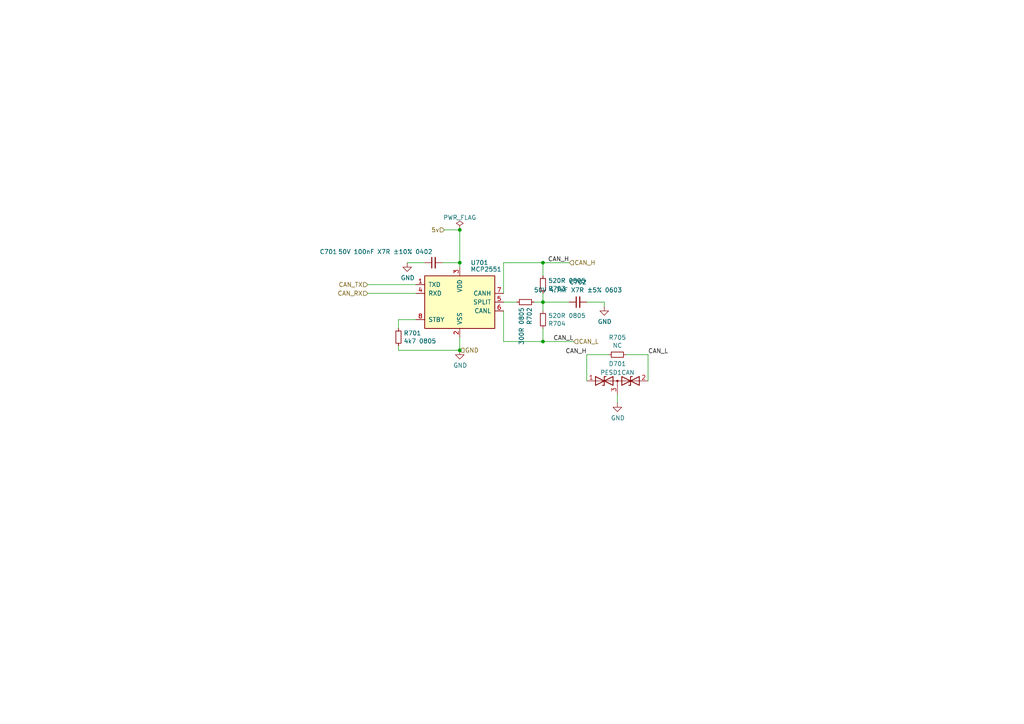
<source format=kicad_sch>
(kicad_sch (version 20211123) (generator eeschema)
  (paper "A4")
  (lib_symbols
    (symbol "Device:C_Small" (pin_numbers hide) (pin_names (offset 0.254) hide)
      (property "Reference" "C" (at 0.254 1.778 0))
      (property "Value" "C_Small" (at 0.254 -2.032 0))
      (symbol "C_Small_0_1"
        (polyline (pts (xy -1.524 -0.508) (xy 1.524 -0.508)) (stroke (width 0.3302)))
        (polyline (pts (xy -1.524 0.508) (xy 1.524 0.508)) (stroke (width 0.3048)))
      )
      (symbol "C_Small_1_1"
        (pin passive line (at 0 2.54 270) (length 2.032) (name "~") (number "1"))
        (pin passive line (at 0 -2.54 90) (length 2.032) (name "~") (number "2"))
      )
    )
    (symbol "Device:D_TVS_Dual_AAC" (pin_names (offset 1.016) hide)
      (property "Reference" "D" (at 0 4.445 0))
      (property "Value" "D_TVS_Dual_AAC" (at 0 2.54 0))
      (symbol "D_TVS_Dual_AAC_0_0"
        (polyline (pts (xy 0 -1.27) (xy 0 0)))
      )
      (symbol "D_TVS_Dual_AAC_0_1"
        (polyline (pts (xy -6.35 0) (xy 6.35 0)))
        (polyline (pts (xy -3.302 1.27) (xy -3.81 1.27) (xy -3.81 -1.27) (xy -4.318 -1.27)) (stroke (width 0.254)))
        (polyline (pts (xy 4.318 1.27) (xy 3.81 1.27) (xy 3.81 -1.27) (xy 3.302 -1.27)) (stroke (width 0.254)))
        (polyline (pts (xy -6.35 1.27) (xy -1.27 -1.27) (xy -1.27 1.27) (xy -6.35 -1.27) (xy -6.35 1.27)) (stroke (width 0.254)))
        (polyline (pts (xy 6.35 1.27) (xy 1.27 -1.27) (xy 1.27 1.27) (xy 6.35 -1.27) (xy 6.35 1.27)) (stroke (width 0.254)))
        (circle (center 0 0) (radius 0.254) (fill (type outline)))
      )
      (symbol "D_TVS_Dual_AAC_1_1"
        (pin passive line (at -8.89 0 0) (length 2.54) (name "A1") (number "1"))
        (pin passive line (at 8.89 0 180) (length 2.54) (name "A2") (number "2"))
        (pin input line (at 0 -3.81 90) (length 2.54) (name "common") (number "3"))
      )
    )
    (symbol "Device:R_Small" (pin_numbers hide) (pin_names (offset 0.254) hide)
      (property "Reference" "R" (at 0.762 0.508 0))
      (property "Value" "R_Small" (at 0.762 -1.016 0))
      (symbol "R_Small_0_1"
        (rectangle (start -0.762 1.778) (end 0.762 -1.778) (stroke (width 0.2032)))
      )
      (symbol "R_Small_1_1"
        (pin passive line (at 0 2.54 270) (length 0.762) (name "~") (number "1"))
        (pin passive line (at 0 -2.54 90) (length 0.762) (name "~") (number "2"))
      )
    )
    (symbol "Interface_CAN_LIN:MCP2561-E-SN" (pin_names (offset 1.016))
      (property "Reference" "U" (at -10.16 8.89 0))
      (property "Value" "MCP2561-E-SN" (at 2.54 8.89 0))
      (symbol "MCP2561-E-SN_0_1"
        (rectangle (start -10.16 7.62) (end 10.16 -7.62) (stroke (width 0.254)) (fill (type background)))
      )
      (symbol "MCP2561-E-SN_1_1"
        (pin input line (at -12.7 5.08 0) (length 2.54) (name "TXD") (number "1"))
        (pin power_in line (at 0 -10.16 90) (length 2.54) (name "VSS") (number "2"))
        (pin power_in line (at 0 10.16 270) (length 2.54) (name "VDD") (number "3"))
        (pin output line (at -12.7 2.54 0) (length 2.54) (name "RXD") (number "4"))
        (pin passive line (at 12.7 0 180) (length 2.54) (name "SPLIT") (number "5"))
        (pin bidirectional line (at 12.7 -2.54 180) (length 2.54) (name "CANL") (number "6"))
        (pin bidirectional line (at 12.7 2.54 180) (length 2.54) (name "CANH") (number "7"))
        (pin input line (at -12.7 -5.08 0) (length 2.54) (name "STBY") (number "8"))
      )
    )
    (symbol "power:GND" (power) (pin_names (offset 0))
      (property "Value" "GND" (at 0 -3.81 0))
      (symbol "GND_0_1"
        (polyline (pts (xy 0 0) (xy 0 -1.27) (xy 1.27 -1.27) (xy 0 -2.54) (xy -1.27 -1.27) (xy 0 -1.27)))
      )
      (symbol "GND_1_1"
        (pin power_in line (at 0 0 270) (length 0) hide (name "GND") (number "1"))
      )
    )
    (symbol "power:PWR_FLAG" (power) (pin_numbers hide) (pin_names (offset 0) hide)
      (property "Value" "PWR_FLAG" (at 0 3.81 0))
      (symbol "PWR_FLAG_0_0"
        (pin power_out line (at 0 0 90) (length 0) (name "pwr") (number "1"))
      )
      (symbol "PWR_FLAG_0_1"
        (polyline (pts (xy 0 0) (xy 0 1.27) (xy -1.016 1.905) (xy 0 2.54) (xy 1.016 1.905) (xy 0 1.27)))
      )
    )
  )
  (junction (at 133.35 101.6))
  (junction (at 133.35 66.675))
  (junction (at 157.48 87.63))
  (junction (at 133.35 76.2))
  (junction (at 157.48 76.2))
  (junction (at 157.48 99.06))
  (wire (pts (xy 146.05 99.06) (xy 157.48 99.06)))
  (wire (pts (xy 133.35 101.6) (xy 133.35 97.79)))
  (wire (pts (xy 157.48 99.06) (xy 166.37 99.06)))
  (wire (pts (xy 149.86 87.63) (xy 146.05 87.63)))
  (wire (pts (xy 157.48 87.63) (xy 157.48 85.09)))
  (wire (pts (xy 187.96 102.87) (xy 187.96 110.49)))
  (wire (pts (xy 176.53 102.87) (xy 170.18 102.87)))
  (wire (pts (xy 154.94 87.63) (xy 157.48 87.63)))
  (wire (pts (xy 157.48 95.25) (xy 157.48 99.06)))
  (wire (pts (xy 175.26 87.63) (xy 170.18 87.63)))
  (wire (pts (xy 146.05 76.2) (xy 146.05 85.09)))
  (wire (pts (xy 170.18 102.87) (xy 170.18 110.49)))
  (wire (pts (xy 128.905 66.675) (xy 133.35 66.675)))
  (wire (pts (xy 133.35 76.2) (xy 133.35 77.47)))
  (wire (pts (xy 146.05 99.06) (xy 146.05 90.17)))
  (wire (pts (xy 165.1 87.63) (xy 157.48 87.63)))
  (wire (pts (xy 175.26 88.9) (xy 175.26 87.63)))
  (wire (pts (xy 146.05 76.2) (xy 157.48 76.2)))
  (wire (pts (xy 179.07 116.84) (xy 179.07 114.3)))
  (wire (pts (xy 115.57 100.33) (xy 115.57 101.6)))
  (wire (pts (xy 157.48 80.01) (xy 157.48 76.2)))
  (wire (pts (xy 157.48 76.2) (xy 165.1 76.2)))
  (wire (pts (xy 128.27 76.2) (xy 133.35 76.2)))
  (wire (pts (xy 181.61 102.87) (xy 187.96 102.87)))
  (wire (pts (xy 118.11 76.2) (xy 123.19 76.2)))
  (wire (pts (xy 115.57 92.71) (xy 120.65 92.71)))
  (wire (pts (xy 115.57 95.25) (xy 115.57 92.71)))
  (wire (pts (xy 120.65 82.55) (xy 106.68 82.55)))
  (wire (pts (xy 120.65 85.09) (xy 106.68 85.09)))
  (wire (pts (xy 115.57 101.6) (xy 133.35 101.6)))
  (wire (pts (xy 133.35 66.675) (xy 133.35 76.2)))
  (wire (pts (xy 157.48 90.17) (xy 157.48 87.63)))
  (label "CAN_L" (at 166.37 99.06 180))
  (label "CAN_L" (at 187.96 102.87 0))
  (label "CAN_H" (at 165.1 76.2 180))
  (label "CAN_H" (at 170.18 102.87 180))
  (hierarchical_label "CAN_TX" (shape input) (at 106.68 82.55 180))
  (hierarchical_label "CAN_H" (shape input) (at 165.1 76.2 0))
  (hierarchical_label "5v" (shape input) (at 128.905 66.675 180))
  (hierarchical_label "CAN_L" (shape input) (at 166.37 99.06 0))
  (hierarchical_label "CAN_RX" (shape input) (at 106.68 85.09 180))
  (hierarchical_label "GND" (shape input) (at 133.35 101.6 0))
  (symbol (lib_id "power:GND") (at 133.35 101.6 0) (unit 1)
    (property "Reference" "#PWR0702" (effects hide))
    (property "Value" "~" (at 133.477 105.9942 0))
  )
  (symbol (lib_id "Device:R_Small") (at 115.57 97.79 0) (unit 1)
    (property "Reference" "R701" (at 117.0686 96.6216 0) (effects (justify left)))
    (property "Value" "4k7 0805" (at 117.0686 98.933 0) (effects (justify left)))
    (property "Footprint" "Resistor_SMD:R_0805_2012Metric_Pad1.20x1.40mm_HandSolder" (effects hide))
  )
  (symbol (lib_id "power:GND") (at 118.11 76.2 0) (unit 1)
    (property "Reference" "#PWR0701" (effects hide))
    (property "Value" "~" (at 118.237 80.5942 0))
  )
  (symbol (lib_id "Device:C_Small") (at 125.73 76.2 90) (unit 1)
    (property "Reference" "C701" (at 95.25 73.025 90))
    (property "Value" "50V 100nF X7R ±10% 0402" (at 111.76 73.025 90))
    (property "Footprint" "Capacitor_SMD:C_0402_1005Metric_Pad0.74x0.62mm_HandSolder" (effects hide))
    (property "Datasheet" "https://lcsc.com/product-detail/Multilayer-Ceramic-Capacitors-MLCC-SMD-SMT_Murata-Electronics-GRM155R71H104KE14D_C77020.html" (effects hide))
  )
  (symbol (lib_id "Interface_CAN_LIN:MCP2561-E-SN") (at 133.35 87.63 0) (unit 1)
    (property "Reference" "U701" (at 139.065 76.2 0))
    (property "Value" "MCP2551" (at 140.97 78.105 0))
    (property "Footprint" "Package_SO:SOIC-8_3.9x4.9mm_P1.27mm" (effects hide))
    (property "Datasheet" "http://ww1.microchip.com/downloads/en/DeviceDoc/25167A.pdf" (effects hide))
  )
  (symbol (lib_id "Device:R_Small") (at 179.07 102.87 270) (unit 1)
    (property "Reference" "R705" (at 179.07 97.8916 90))
    (property "Value" "NC" (at 179.07 100.203 90))
    (property "Footprint" "Resistor_SMD:R_0805_2012Metric_Pad1.20x1.40mm_HandSolder" (effects hide))
  )
  (symbol (lib_id "power:GND") (at 179.07 116.84 0) (unit 1)
    (property "Reference" "#PWR0704" (effects hide))
    (property "Value" "~" (at 179.197 121.2342 0))
  )
  (symbol (lib_id "Device:R_Small") (at 152.4 87.63 270) (unit 1)
    (property "Reference" "R702" (at 153.5684 89.1286 0) (effects (justify left)))
    (property "Value" "300R 0805" (at 151.257 89.1286 0) (effects (justify left)))
    (property "Footprint" "Resistor_SMD:R_0805_2012Metric_Pad1.20x1.40mm_HandSolder" (effects hide))
  )
  (symbol (lib_id "Device:R_Small") (at 157.48 82.55 0) (mirror x) (unit 1)
    (property "Reference" "R703" (at 158.9786 83.7184 0) (effects (justify left)))
    (property "Value" "520R 0805" (at 158.9786 81.407 0) (effects (justify left)))
    (property "Footprint" "Resistor_SMD:R_0805_2012Metric_Pad1.20x1.40mm_HandSolder" (effects hide))
  )
  (symbol (lib_id "Device:R_Small") (at 157.48 92.71 0) (mirror x) (unit 1)
    (property "Reference" "R704" (at 158.9786 93.8784 0) (effects (justify left)))
    (property "Value" "520R 0805" (at 158.9786 91.567 0) (effects (justify left)))
    (property "Footprint" "Resistor_SMD:R_0805_2012Metric_Pad1.20x1.40mm_HandSolder" (effects hide))
  )
  (symbol (lib_id "Device:C_Small") (at 167.64 87.63 90) (unit 1)
    (property "Reference" "C702" (at 167.64 81.8134 90))
    (property "Value" "50V 4.7nF X7R ±5% 0603" (at 167.64 84.1248 90))
    (property "Footprint" "Capacitor_SMD:C_0603_1608Metric_Pad1.08x0.95mm_HandSolder" (effects hide))
  )
  (symbol (lib_id "power:GND") (at 175.26 88.9 0) (unit 1)
    (property "Reference" "#PWR0703" (effects hide))
    (property "Value" "~" (at 175.387 93.2942 0))
  )
  (symbol (lib_id "power:PWR_FLAG") (at 133.35 66.675 0) (unit 1)
    (property "Reference" "#FLG0701" (effects hide))
    (property "Value" "PWR_FLAG" (at 133.35 63.0992 0))
  )
  (symbol (lib_id "Device:D_TVS_Dual_AAC") (at 179.07 110.49 0) (unit 1)
    (property "Reference" "D701" (at 179.07 105.5202 0))
    (property "Value" "PESD1CAN" (at 179.07 108.0571 0))
    (property "Footprint" "Package_TO_SOT_SMD:SOT-23_Handsoldering" (effects hide))
  )
)
</source>
